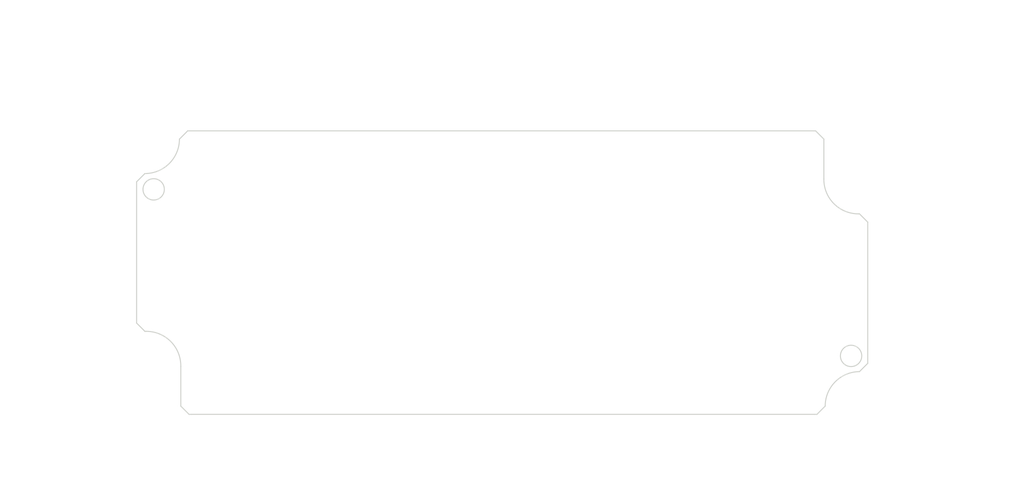
<source format=kicad_pcb>
(kicad_pcb (version 20171130) (host pcbnew "(5.1.0)-1")

  (general
    (thickness 1.6)
    (drawings 89)
    (tracks 0)
    (zones 0)
    (modules 0)
    (nets 1)
  )

  (page A4)
  (layers
    (0 F.Cu signal)
    (31 B.Cu signal)
    (32 B.Adhes user)
    (33 F.Adhes user)
    (34 B.Paste user)
    (35 F.Paste user)
    (36 B.SilkS user)
    (37 F.SilkS user)
    (38 B.Mask user)
    (39 F.Mask user)
    (40 Dwgs.User user)
    (41 Cmts.User user)
    (42 Eco1.User user)
    (43 Eco2.User user)
    (44 Edge.Cuts user)
    (45 Margin user)
    (46 B.CrtYd user)
    (47 F.CrtYd user)
    (48 B.Fab user)
    (49 F.Fab user)
  )

  (setup
    (last_trace_width 0.25)
    (trace_clearance 0.2)
    (zone_clearance 0.508)
    (zone_45_only no)
    (trace_min 0.2)
    (via_size 0.8)
    (via_drill 0.4)
    (via_min_size 0.4)
    (via_min_drill 0.3)
    (uvia_size 0.3)
    (uvia_drill 0.1)
    (uvias_allowed no)
    (uvia_min_size 0.2)
    (uvia_min_drill 0.1)
    (edge_width 0.05)
    (segment_width 0.2)
    (pcb_text_width 0.3)
    (pcb_text_size 1.5 1.5)
    (mod_edge_width 0.12)
    (mod_text_size 1 1)
    (mod_text_width 0.15)
    (pad_size 1.524 1.524)
    (pad_drill 0.762)
    (pad_to_mask_clearance 0.051)
    (solder_mask_min_width 0.25)
    (aux_axis_origin 0 0)
    (visible_elements FFFFFF7F)
    (pcbplotparams
      (layerselection 0x010fc_ffffffff)
      (usegerberextensions false)
      (usegerberattributes false)
      (usegerberadvancedattributes false)
      (creategerberjobfile false)
      (excludeedgelayer true)
      (linewidth 0.152400)
      (plotframeref false)
      (viasonmask false)
      (mode 1)
      (useauxorigin false)
      (hpglpennumber 1)
      (hpglpenspeed 20)
      (hpglpendiameter 15.000000)
      (psnegative false)
      (psa4output false)
      (plotreference true)
      (plotvalue true)
      (plotinvisibletext false)
      (padsonsilk false)
      (subtractmaskfromsilk false)
      (outputformat 1)
      (mirror false)
      (drillshape 1)
      (scaleselection 1)
      (outputdirectory ""))
  )

  (net 0 "")

  (net_class Default "This is the default net class."
    (clearance 0.2)
    (trace_width 0.25)
    (via_dia 0.8)
    (via_drill 0.4)
    (uvia_dia 0.3)
    (uvia_drill 0.1)
  )

  (gr_line (start 205.766143 134.679049) (end 85.127363 134.679049) (layer Edge.Cuts) (width 0.2))
  (gr_line (start 83.539863 133.091549) (end 85.127363 134.679049) (layer Edge.Cuts) (width 0.2))
  (gr_arc (start 213.984579 133.098972) (end 213.937548 126.468198) (angle -89.52947418) (layer Edge.Cuts) (width 0.2))
  (gr_line (start 83.539863 133.091549) (end 83.539863 125.451349) (layer Edge.Cuts) (width 0.2))
  (gr_arc (start 76.90956 125.359443) (end 83.539863 125.451349) (angle -91.52153917) (layer Edge.Cuts) (width 0.2))
  (gr_line (start 75.050951 117.141086) (end 75.050951 89.998475) (layer Edge.Cuts) (width 0.2))
  (gr_line (start 84.867683 80.204952) (end 205.508083 80.204952) (layer Edge.Cuts) (width 0.2))
  (gr_line (start 207.095583 81.792452) (end 207.095583 89.4471) (layer Edge.Cuts) (width 0.2))
  (gr_arc (start 213.726083 89.523419) (end 207.095583 89.4471) (angle -91.52511762) (layer Edge.Cuts) (width 0.2))
  (gr_line (start 215.525048 97.741345) (end 215.525048 124.880698) (layer Edge.Cuts) (width 0.2))
  (gr_circle (center 78.327075 91.448953) (end 80.377075 91.448953) (layer Edge.Cuts) (width 0.2))
  (gr_circle (center 212.327075 123.448953) (end 214.377075 123.448953) (layer Edge.Cuts) (width 0.2))
  (gr_line (start 76.825381 118.729037) (end 76.638451 118.728586) (layer Edge.Cuts) (width 0.2))
  (gr_arc (start 76.649254 81.780043) (end 76.638451 88.410975) (angle -89.9861216) (layer Edge.Cuts) (width 0.2))
  (gr_line (start 213.826263 96.153603) (end 213.937548 96.153845) (layer Edge.Cuts) (width 0.2))
  (gr_line (start 75.050951 117.141086) (end 76.638451 118.728586) (layer Edge.Cuts) (width 0.2))
  (gr_line (start 207.095583 81.792452) (end 205.508083 80.204952) (layer Edge.Cuts) (width 0.2))
  (gr_line (start 76.638451 88.410975) (end 75.050951 89.998475) (layer Edge.Cuts) (width 0.2))
  (gr_line (start 84.867683 80.204952) (end 83.280183 81.792452) (layer Edge.Cuts) (width 0.2))
  (gr_line (start 215.525048 97.741345) (end 213.937548 96.153845) (layer Edge.Cuts) (width 0.2))
  (gr_line (start 205.766143 134.679049) (end 207.353643 133.091549) (layer Edge.Cuts) (width 0.2))
  (gr_line (start 213.937548 126.468198) (end 215.525048 124.880698) (layer Edge.Cuts) (width 0.2))
  (gr_text "1.59 X 45.0° Chamfer" (at 219.442278 147.515998) (layer Dwgs.User)
    (effects (font (size 1.7 1.53) (thickness 0.2125)) (justify left bottom))
  )
  (gr_line (start 215.871638 146.636844) (end 218.371638 146.636844) (layer Dwgs.User) (width 0.2))
  (gr_line (start 208.034244 135.904281) (end 215.871638 146.636844) (layer Dwgs.User) (width 0.2))
  (gr_line (start 207.630447 136.199151) (end 208.43804 135.609411) (layer Dwgs.User) (width 0.2))
  (gr_line (start 206.559893 133.885299) (end 207.630447 136.199151) (layer Dwgs.User) (width 0.2))
  (gr_line (start 208.43804 135.609411) (end 206.559893 133.885299) (layer Dwgs.User) (width 0.2))
  (gr_line (start 207.630446 136.199152) (end 208.438036 135.60941) (layer Dwgs.User) (width 0.2))
  (gr_line (start 206.559889 133.8853) (end 207.630446 136.199152) (layer Dwgs.User) (width 0.2))
  (gr_line (start 208.438036 135.60941) (end 206.559889 133.8853) (layer Dwgs.User) (width 0.2))
  (gr_line (start 208.034244 135.904281) (end 206.559893 133.885299) (layer Dwgs.User) (width 0.2))
  (gr_text [4.81] (at 151.21941 65.239945) (layer Dwgs.User)
    (effects (font (size 1.7 1.53) (thickness 0.2125)))
  )
  (gr_text " 122.23" (at 151.21941 61.68193) (layer Dwgs.User)
    (effects (font (size 1.7 1.53) (thickness 0.2125)))
  )
  (gr_line (start 205.095583 63.350484) (end 155.927323 63.350484) (layer Dwgs.User) (width 0.2))
  (gr_line (start 86.867683 63.350484) (end 146.511497 63.350484) (layer Dwgs.User) (width 0.2))
  (gr_line (start 207.095583 80.792452) (end 207.095583 60.175484) (layer Dwgs.User) (width 0.2))
  (gr_line (start 84.867683 79.204952) (end 84.867683 60.175484) (layer Dwgs.User) (width 0.2))
  (gr_text [.39] (at 90.316647 69.418116) (layer Dwgs.User)
    (effects (font (size 1.7 1.53) (thickness 0.2125)))
  )
  (gr_text " 9.82" (at 90.316647 65.86068) (layer Dwgs.User)
    (effects (font (size 1.7 1.53) (thickness 0.2125)))
  )
  (gr_line (start 84.867683 67.528654) (end 86.938236 67.528654) (layer Dwgs.User) (width 0.2))
  (gr_line (start 77.050951 67.528654) (end 82.867683 67.528654) (layer Dwgs.User) (width 0.2))
  (gr_line (start 84.867683 79.204952) (end 84.867683 64.353654) (layer Dwgs.User) (width 0.2))
  (gr_line (start 75.050951 88.998475) (end 75.050951 64.353654) (layer Dwgs.User) (width 0.2))
  (gr_text [.32] (at 59.547977 96.272768) (layer Dwgs.User)
    (effects (font (size 1.7 1.53) (thickness 0.2125)))
  )
  (gr_text " 8.21" (at 59.547977 92.715333) (layer Dwgs.User)
    (effects (font (size 1.7 1.53) (thickness 0.2125)))
  )
  (gr_line (start 64.770999 94.383307) (end 62.770999 94.383307) (layer Dwgs.User) (width 0.2))
  (gr_line (start 64.770999 88.410975) (end 64.770999 94.383307) (layer Dwgs.User) (width 0.2))
  (gr_line (start 64.770999 82.204952) (end 64.770999 86.410975) (layer Dwgs.User) (width 0.2))
  (gr_line (start 83.867683 80.204952) (end 61.595999 80.204952) (layer Dwgs.User) (width 0.2))
  (gr_line (start 75.638451 88.410975) (end 61.595999 88.410975) (layer Dwgs.User) (width 0.2))
  (gr_text [1.19] (at 64.265015 109.499721) (layer Dwgs.User)
    (effects (font (size 1.7 1.53) (thickness 0.2125)))
  )
  (gr_text " 30.32" (at 64.265015 105.941706) (layer Dwgs.User)
    (effects (font (size 1.7 1.53) (thickness 0.2125)))
  )
  (gr_line (start 64.265015 116.728586) (end 64.265015 111.168275) (layer Dwgs.User) (width 0.2))
  (gr_line (start 64.265015 90.410975) (end 64.265015 104.052245) (layer Dwgs.User) (width 0.2))
  (gr_line (start 75.638451 118.728586) (end 61.090015 118.728586) (layer Dwgs.User) (width 0.2))
  (gr_line (start 75.638451 88.410975) (end 61.090015 88.410975) (layer Dwgs.User) (width 0.2))
  (gr_text [.13] (at 67.662104 100.208587) (layer Dwgs.User)
    (effects (font (size 1.7 1.53) (thickness 0.2125)))
  )
  (gr_text " 3.28" (at 67.662104 96.650572) (layer Dwgs.User)
    (effects (font (size 1.7 1.53) (thickness 0.2125)))
  )
  (gr_line (start 73.050951 98.319126) (end 71.050951 98.319126) (layer Dwgs.User) (width 0.2))
  (gr_line (start 80.327075 98.319126) (end 82.327075 98.319126) (layer Dwgs.User) (width 0.2))
  (gr_line (start 78.327075 92.448953) (end 78.327075 101.494126) (layer Dwgs.User) (width 0.2))
  (gr_text [.44] (at 90.42313 77.620506) (layer Dwgs.User)
    (effects (font (size 1.7 1.53) (thickness 0.2125)))
  )
  (gr_text " 11.24" (at 90.42313 74.081044) (layer Dwgs.User)
    (effects (font (size 1.7 1.53) (thickness 0.2125)))
  )
  (gr_line (start 84.379098 75.734523) (end 86.379098 75.734523) (layer Dwgs.User) (width 0.2))
  (gr_line (start 84.379098 80.204952) (end 84.379098 75.734523) (layer Dwgs.User) (width 0.2))
  (gr_line (start 84.379098 89.448953) (end 84.379098 82.204952) (layer Dwgs.User) (width 0.2))
  (gr_line (start 79.327075 91.448953) (end 87.554098 91.448953) (layer Dwgs.User) (width 0.2))
  (gr_line (start 78.327075 91.538953) (end 78.327075 91.358953) (layer Dwgs.User) (width 0.2))
  (gr_line (start 78.237075 91.448953) (end 78.417075 91.448953) (layer Dwgs.User) (width 0.2))
  (gr_text " ∅4.10\n[∅0.16]" (at 94.469042 96.768407) (layer Dwgs.User)
    (effects (font (size 1.7 1.53) (thickness 0.2125)))
  )
  (gr_line (start 87.932173 96.768407) (end 81.870026 93.411095) (layer Dwgs.User) (width 0.2))
  (gr_line (start 89.932173 96.768407) (end 87.932173 96.768407) (layer Dwgs.User) (width 0.2))
  (gr_text [R0.26] (at 223.669817 137.847973) (layer Dwgs.User)
    (effects (font (size 1.7 1.53) (thickness 0.2125)))
  )
  (gr_text " R6.63" (at 223.669817 134.289958) (layer Dwgs.User)
    (effects (font (size 1.7 1.53) (thickness 0.2125)))
  )
  (gr_line (start 217.199046 135.958512) (end 210.524567 130.020998) (layer Dwgs.User) (width 0.2))
  (gr_line (start 219.199046 135.958512) (end 217.199046 135.958512) (layer Dwgs.User) (width 0.2))
  (gr_text [2.14] (at 52.829773 109.331462) (layer Dwgs.User)
    (effects (font (size 1.7 1.53) (thickness 0.2125)))
  )
  (gr_text " 54.47" (at 52.829773 105.777505) (layer Dwgs.User)
    (effects (font (size 1.7 1.53) (thickness 0.2125)))
  )
  (gr_line (start 52.829773 82.204952) (end 52.829773 103.888044) (layer Dwgs.User) (width 0.2))
  (gr_line (start 52.829773 132.679049) (end 52.829773 110.995957) (layer Dwgs.User) (width 0.2))
  (gr_line (start 83.867683 80.204952) (end 49.654773 80.204952) (layer Dwgs.User) (width 0.2))
  (gr_line (start 84.127363 134.679049) (end 49.654773 134.679049) (layer Dwgs.User) (width 0.2))
  (gr_text [5.53] (at 142.079423 60.230733) (layer Dwgs.User)
    (effects (font (size 1.7 1.53) (thickness 0.2125)))
  )
  (gr_text " 140.47" (at 142.079423 56.673297) (layer Dwgs.User)
    (effects (font (size 1.7 1.53) (thickness 0.2125)))
  )
  (gr_line (start 213.525048 58.341271) (end 146.787335 58.341271) (layer Dwgs.User) (width 0.2))
  (gr_line (start 77.050951 58.341271) (end 137.37151 58.341271) (layer Dwgs.User) (width 0.2))
  (gr_line (start 215.525048 96.741345) (end 215.525048 55.166271) (layer Dwgs.User) (width 0.2))
  (gr_line (start 75.050951 88.998475) (end 75.050951 55.166271) (layer Dwgs.User) (width 0.2))

)

</source>
